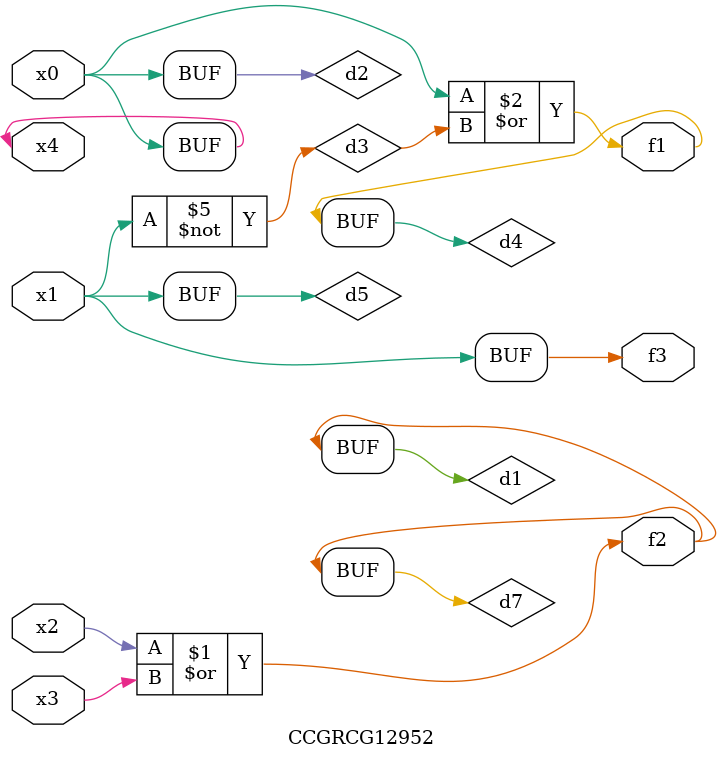
<source format=v>
module CCGRCG12952(
	input x0, x1, x2, x3, x4,
	output f1, f2, f3
);

	wire d1, d2, d3, d4, d5, d6, d7;

	or (d1, x2, x3);
	buf (d2, x0, x4);
	not (d3, x1);
	or (d4, d2, d3);
	not (d5, d3);
	nand (d6, d1, d3);
	or (d7, d1);
	assign f1 = d4;
	assign f2 = d7;
	assign f3 = d5;
endmodule

</source>
